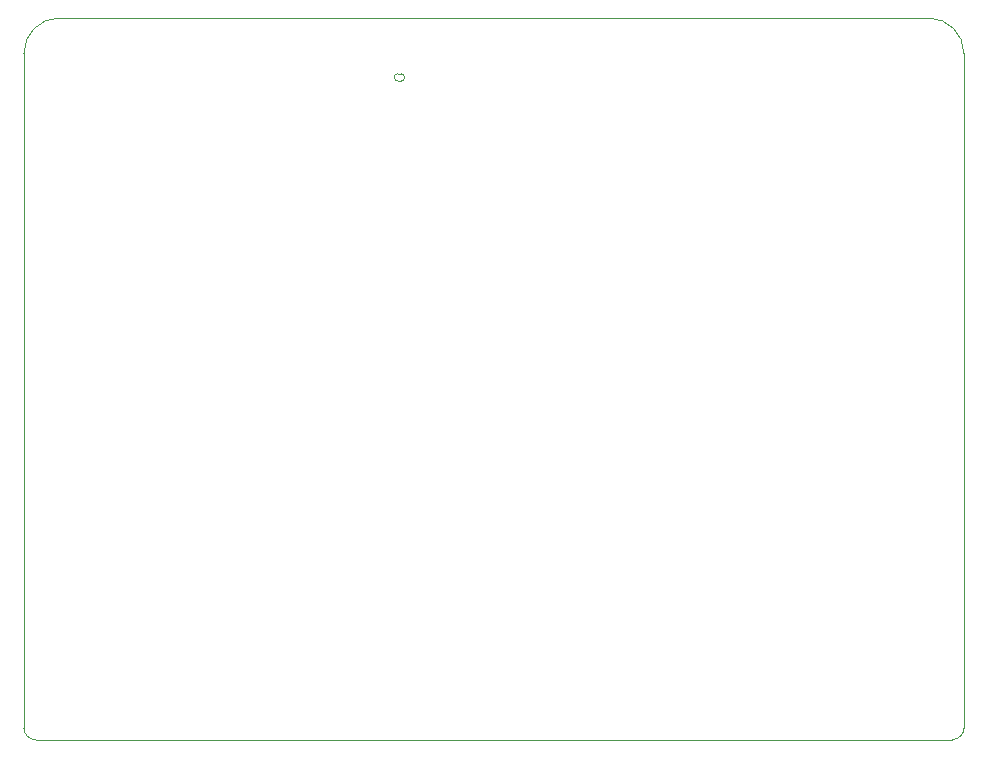
<source format=gbr>
%TF.GenerationSoftware,KiCad,Pcbnew,(5.1.9-0-10_14)*%
%TF.CreationDate,2021-03-23T22:47:06-06:00*%
%TF.ProjectId,macropad,6d616372-6f70-4616-942e-6b696361645f,rev?*%
%TF.SameCoordinates,Original*%
%TF.FileFunction,Profile,NP*%
%FSLAX46Y46*%
G04 Gerber Fmt 4.6, Leading zero omitted, Abs format (unit mm)*
G04 Created by KiCad (PCBNEW (5.1.9-0-10_14)) date 2021-03-23 22:47:06*
%MOMM*%
%LPD*%
G01*
G04 APERTURE LIST*
%TA.AperFunction,Profile*%
%ADD10C,0.050000*%
%TD*%
%TA.AperFunction,Profile*%
%ADD11C,0.100000*%
%TD*%
G04 APERTURE END LIST*
D10*
X118925000Y-115625000D02*
X118925000Y-58525000D01*
X118925000Y-58525000D02*
G75*
G02*
X121925000Y-55525000I3000000J0D01*
G01*
X195525000Y-55525000D02*
G75*
G02*
X198525000Y-58525000I0J-3000000D01*
G01*
X198525000Y-115625000D02*
G75*
G02*
X197525000Y-116625000I-1000000J0D01*
G01*
X119925000Y-116625000D02*
G75*
G02*
X118925000Y-115625000I0J1000000D01*
G01*
X195525000Y-55525000D02*
X121925000Y-55525000D01*
X198525000Y-115625000D02*
X198525000Y-58525000D01*
X119925000Y-116625000D02*
X197525000Y-116625000D01*
D11*
%TO.C,J1*%
X150600000Y-60240000D02*
X150850000Y-60240000D01*
X150850000Y-60870000D02*
X150600000Y-60870000D01*
X151165000Y-60555000D02*
G75*
G02*
X150850000Y-60870000I-315000J0D01*
G01*
X150850000Y-60240000D02*
G75*
G02*
X151165000Y-60555000I0J-315000D01*
G01*
X150285000Y-60555000D02*
G75*
G02*
X150600000Y-60240000I315000J0D01*
G01*
X150600000Y-60870000D02*
G75*
G02*
X150285000Y-60555000I0J315000D01*
G01*
%TD*%
M02*

</source>
